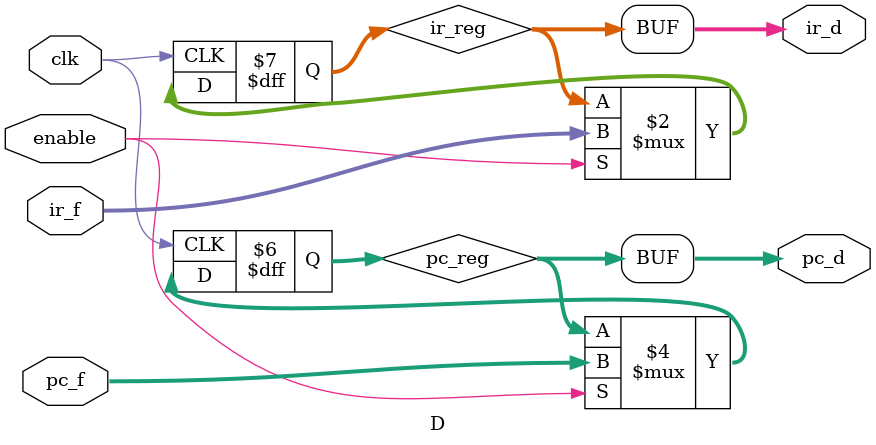
<source format=v>
`timescale 1ns / 1ps
`include "define.vh"


// Decode
module D(input wire clk, input wire enable, input wire [31:0] ir_f, input wire[31:0] pc_f, 
output wire [31:0] ir_d, output wire [31:0] pc_d);
    reg [31:0] pc_reg;
    reg [31:0] ir_reg;
    always @(posedge clk) begin
        if (enable) begin
            pc_reg <= pc_f;
            ir_reg <= ir_f;
            // $display("Decode");
            // // $display(pc_reg);
            // $display(ir_reg);
        end
    end
    assign pc_d = pc_reg;
    assign ir_d = ir_reg;
endmodule

// // Decode
// module D(input wire [31:0] ir_f, input wire[31:0] pc_f, 
// output wire [31:0] ir_d, output wire [31:0] pc_d);
//     assign pc_d = pc_f;
//     assign ir_d = ir_f;
// endmodule

</source>
